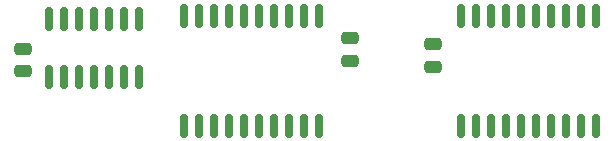
<source format=gbr>
%TF.GenerationSoftware,KiCad,Pcbnew,(6.0.4)*%
%TF.CreationDate,2023-08-14T23:38:21+02:00*%
%TF.ProjectId,TeensyROM,5465656e-7379-4524-9f4d-2e6b69636164,rev?*%
%TF.SameCoordinates,Original*%
%TF.FileFunction,Paste,Top*%
%TF.FilePolarity,Positive*%
%FSLAX46Y46*%
G04 Gerber Fmt 4.6, Leading zero omitted, Abs format (unit mm)*
G04 Created by KiCad (PCBNEW (6.0.4)) date 2023-08-14 23:38:21*
%MOMM*%
%LPD*%
G01*
G04 APERTURE LIST*
G04 Aperture macros list*
%AMRoundRect*
0 Rectangle with rounded corners*
0 $1 Rounding radius*
0 $2 $3 $4 $5 $6 $7 $8 $9 X,Y pos of 4 corners*
0 Add a 4 corners polygon primitive as box body*
4,1,4,$2,$3,$4,$5,$6,$7,$8,$9,$2,$3,0*
0 Add four circle primitives for the rounded corners*
1,1,$1+$1,$2,$3*
1,1,$1+$1,$4,$5*
1,1,$1+$1,$6,$7*
1,1,$1+$1,$8,$9*
0 Add four rect primitives between the rounded corners*
20,1,$1+$1,$2,$3,$4,$5,0*
20,1,$1+$1,$4,$5,$6,$7,0*
20,1,$1+$1,$6,$7,$8,$9,0*
20,1,$1+$1,$8,$9,$2,$3,0*%
G04 Aperture macros list end*
%ADD10RoundRect,0.150000X-0.150000X0.875000X-0.150000X-0.875000X0.150000X-0.875000X0.150000X0.875000X0*%
%ADD11RoundRect,0.150000X-0.150000X0.825000X-0.150000X-0.825000X0.150000X-0.825000X0.150000X0.825000X0*%
%ADD12RoundRect,0.250000X-0.475000X0.250000X-0.475000X-0.250000X0.475000X-0.250000X0.475000X0.250000X0*%
%ADD13RoundRect,0.250000X0.475000X-0.250000X0.475000X0.250000X-0.475000X0.250000X-0.475000X-0.250000X0*%
G04 APERTURE END LIST*
D10*
%TO.C,U5*%
X171361100Y-115593600D03*
X170091100Y-115593600D03*
X168821100Y-115593600D03*
X167551100Y-115593600D03*
X166281100Y-115593600D03*
X165011100Y-115593600D03*
X163741100Y-115593600D03*
X162471100Y-115593600D03*
X161201100Y-115593600D03*
X159931100Y-115593600D03*
X159931100Y-124893600D03*
X161201100Y-124893600D03*
X162471100Y-124893600D03*
X163741100Y-124893600D03*
X165011100Y-124893600D03*
X166281100Y-124893600D03*
X167551100Y-124893600D03*
X168821100Y-124893600D03*
X170091100Y-124893600D03*
X171361100Y-124893600D03*
%TD*%
%TO.C,U4*%
X147866100Y-115593600D03*
X146596100Y-115593600D03*
X145326100Y-115593600D03*
X144056100Y-115593600D03*
X142786100Y-115593600D03*
X141516100Y-115593600D03*
X140246100Y-115593600D03*
X138976100Y-115593600D03*
X137706100Y-115593600D03*
X136436100Y-115593600D03*
X136436100Y-124893600D03*
X137706100Y-124893600D03*
X138976100Y-124893600D03*
X140246100Y-124893600D03*
X141516100Y-124893600D03*
X142786100Y-124893600D03*
X144056100Y-124893600D03*
X145326100Y-124893600D03*
X146596100Y-124893600D03*
X147866100Y-124893600D03*
%TD*%
D11*
%TO.C,U6*%
X132626100Y-115863600D03*
X131356100Y-115863600D03*
X130086100Y-115863600D03*
X128816100Y-115863600D03*
X127546100Y-115863600D03*
X126276100Y-115863600D03*
X125006100Y-115863600D03*
X125006100Y-120813600D03*
X126276100Y-120813600D03*
X127546100Y-120813600D03*
X128816100Y-120813600D03*
X130086100Y-120813600D03*
X131356100Y-120813600D03*
X132626100Y-120813600D03*
%TD*%
D12*
%TO.C,C4*%
X157518100Y-118023600D03*
X157518100Y-119923600D03*
%TD*%
D13*
%TO.C,C3*%
X122847100Y-120304600D03*
X122847100Y-118404600D03*
%TD*%
D12*
%TO.C,C5*%
X150533100Y-117515600D03*
X150533100Y-119415600D03*
%TD*%
M02*

</source>
